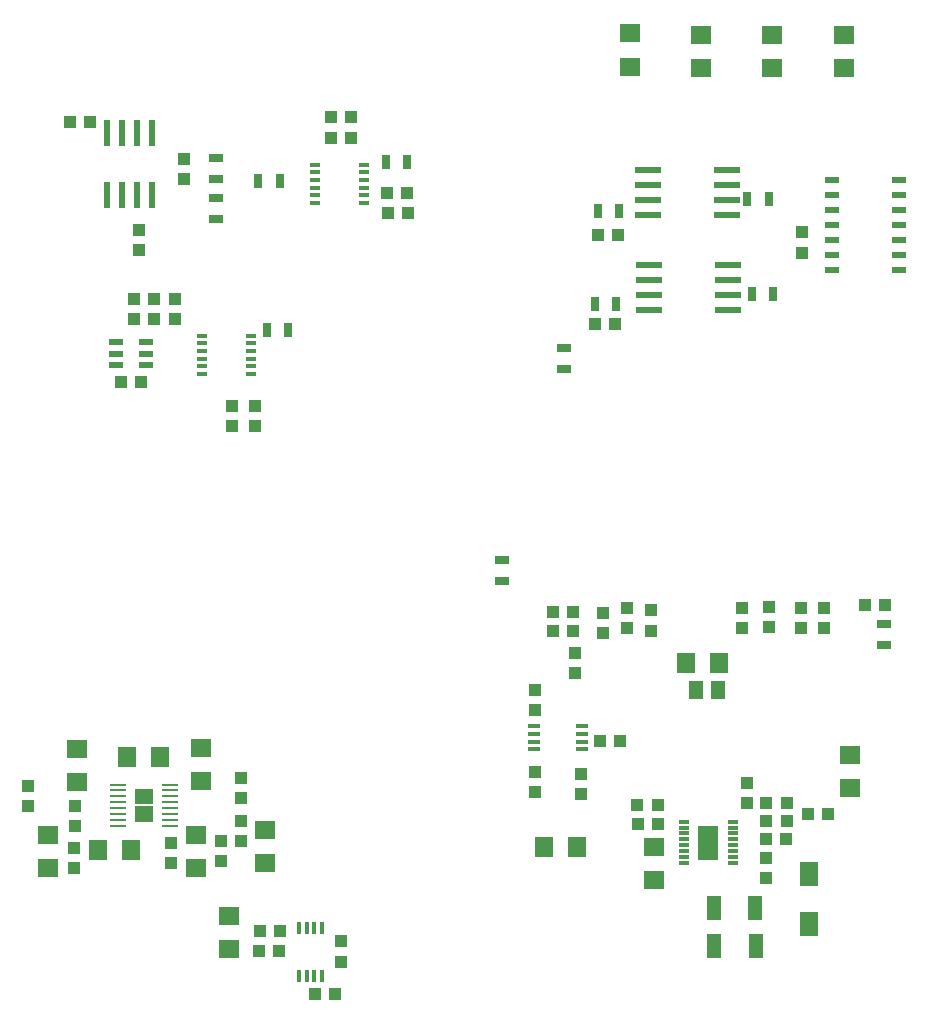
<source format=gbr>
G04 EAGLE Gerber RS-274X export*
G75*
%MOMM*%
%FSLAX34Y34*%
%LPD*%
%INSolderpaste Top*%
%IPPOS*%
%AMOC8*
5,1,8,0,0,1.08239X$1,22.5*%
G01*
%ADD10R,1.000000X1.100000*%
%ADD11R,1.800000X1.600000*%
%ADD12R,1.100000X1.000000*%
%ADD13R,1.270000X2.060000*%
%ADD14R,1.600000X1.800000*%
%ADD15R,1.600000X2.000000*%
%ADD16R,1.200000X0.800000*%
%ADD17R,0.800000X1.200000*%
%ADD18R,0.889000X0.304800*%
%ADD19R,1.651000X2.844800*%
%ADD20R,0.600000X2.200000*%
%ADD21R,1.000000X0.450000*%
%ADD22R,0.450000X1.000000*%
%ADD23R,0.812800X0.406400*%
%ADD24R,1.397000X0.279400*%
%ADD25R,2.200000X0.600000*%
%ADD26R,1.300000X1.600000*%
%ADD27R,1.200000X0.600000*%
%ADD28R,1.200000X0.550000*%

G36*
X191865Y182475D02*
X191865Y182475D01*
X191867Y182474D01*
X191910Y182494D01*
X191954Y182512D01*
X191954Y182514D01*
X191956Y182515D01*
X191989Y182600D01*
X191989Y195332D01*
X191988Y195334D01*
X191989Y195336D01*
X191969Y195379D01*
X191951Y195423D01*
X191949Y195423D01*
X191948Y195425D01*
X191863Y195458D01*
X176337Y195458D01*
X176335Y195457D01*
X176333Y195458D01*
X176290Y195438D01*
X176246Y195420D01*
X176246Y195418D01*
X176244Y195417D01*
X176211Y195332D01*
X176211Y182600D01*
X176212Y182598D01*
X176211Y182596D01*
X176231Y182553D01*
X176249Y182509D01*
X176251Y182509D01*
X176252Y182507D01*
X176337Y182474D01*
X191863Y182474D01*
X191865Y182475D01*
G37*
G36*
X191865Y167743D02*
X191865Y167743D01*
X191867Y167742D01*
X191910Y167762D01*
X191954Y167780D01*
X191954Y167782D01*
X191956Y167783D01*
X191989Y167868D01*
X191989Y180600D01*
X191988Y180602D01*
X191989Y180604D01*
X191969Y180647D01*
X191951Y180691D01*
X191949Y180691D01*
X191948Y180693D01*
X191863Y180726D01*
X176337Y180726D01*
X176335Y180725D01*
X176333Y180726D01*
X176290Y180706D01*
X176246Y180688D01*
X176246Y180686D01*
X176244Y180685D01*
X176211Y180600D01*
X176211Y167868D01*
X176212Y167866D01*
X176211Y167864D01*
X176231Y167821D01*
X176249Y167777D01*
X176251Y167777D01*
X176252Y167775D01*
X176337Y167742D01*
X191863Y167742D01*
X191865Y167743D01*
G37*
D10*
X217900Y729000D03*
X217900Y712000D03*
D11*
X286600Y160400D03*
X286600Y132400D03*
D12*
X407400Y683100D03*
X390400Y683100D03*
X406500Y700100D03*
X389500Y700100D03*
X342400Y746900D03*
X359400Y746900D03*
X342300Y763900D03*
X359300Y763900D03*
D10*
X710900Y136800D03*
X710900Y119800D03*
D11*
X616100Y146400D03*
X616100Y118400D03*
D13*
X701650Y94400D03*
X666550Y94400D03*
X702150Y62400D03*
X667050Y62400D03*
D12*
X618900Y182100D03*
X601900Y182100D03*
X711000Y152900D03*
X728000Y152900D03*
X728100Y183100D03*
X711100Y183100D03*
X583200Y589100D03*
X566200Y589100D03*
D14*
X169600Y222600D03*
X197600Y222600D03*
D11*
X232400Y201800D03*
X232400Y229800D03*
D14*
X145000Y143600D03*
X173000Y143600D03*
D11*
X228400Y128200D03*
X228400Y156200D03*
X102600Y156600D03*
X102600Y128600D03*
D15*
X747300Y123000D03*
X747300Y81000D03*
D10*
X266000Y151000D03*
X266000Y168000D03*
D11*
X256100Y88000D03*
X256100Y60000D03*
D12*
X299100Y75000D03*
X282100Y75000D03*
X298200Y58000D03*
X281200Y58000D03*
X530700Y345000D03*
X547700Y345000D03*
X530600Y329000D03*
X547600Y329000D03*
D10*
X515000Y279500D03*
X515000Y262500D03*
X515000Y192400D03*
X515000Y209400D03*
X554000Y191300D03*
X554000Y208300D03*
X351000Y49200D03*
X351000Y66200D03*
D16*
X245100Y695800D03*
X245100Y677800D03*
D10*
X207000Y149900D03*
X207000Y132900D03*
D12*
X619000Y166000D03*
X602000Y166000D03*
X728100Y168000D03*
X711100Y168000D03*
D10*
X695000Y183800D03*
X695000Y200800D03*
D12*
X763300Y174000D03*
X746300Y174000D03*
D16*
X244900Y729400D03*
X244900Y711400D03*
D10*
X85900Y181100D03*
X85900Y198100D03*
X265900Y188000D03*
X265900Y205000D03*
D11*
X781900Y196300D03*
X781900Y224300D03*
D17*
X566000Y606100D03*
X584000Y606100D03*
D14*
X522800Y146100D03*
X550800Y146100D03*
D10*
X125900Y181200D03*
X125900Y164200D03*
X124900Y145300D03*
X124900Y128300D03*
X249000Y134100D03*
X249000Y151100D03*
D18*
X640980Y167680D03*
X640980Y162680D03*
X640980Y157680D03*
X640980Y152680D03*
X640980Y147680D03*
X640980Y142680D03*
X640980Y137680D03*
X640980Y132680D03*
X682480Y132680D03*
X682480Y137680D03*
X682480Y142680D03*
X682480Y147680D03*
X682480Y152680D03*
X682480Y157680D03*
X682480Y162680D03*
X682480Y167680D03*
D19*
X661300Y149900D03*
D20*
X178150Y750600D03*
X178150Y698600D03*
X190850Y750600D03*
X165450Y750600D03*
X152750Y750600D03*
X190850Y698600D03*
X165450Y698600D03*
X152750Y698600D03*
D21*
X555200Y228950D03*
X555200Y235450D03*
X555200Y241950D03*
X555200Y248450D03*
X514200Y248450D03*
X514200Y241950D03*
X514200Y235450D03*
X514200Y228950D03*
D22*
X315450Y36800D03*
X321950Y36800D03*
X328450Y36800D03*
X334950Y36800D03*
X334950Y77800D03*
X328450Y77800D03*
X321950Y77800D03*
X315450Y77800D03*
D23*
X370400Y691500D03*
X370400Y698000D03*
X370400Y704500D03*
X370400Y711000D03*
X370400Y717500D03*
X370400Y724000D03*
X328900Y724000D03*
X328900Y717500D03*
X328900Y711000D03*
X328900Y704500D03*
X328900Y698000D03*
X328900Y691500D03*
D24*
X205944Y164087D03*
X205944Y169091D03*
X205944Y174094D03*
X205944Y179098D03*
X205944Y184102D03*
X205944Y189106D03*
X205944Y194110D03*
X205944Y199113D03*
X162256Y199113D03*
X162256Y194110D03*
X162256Y189106D03*
X162256Y184102D03*
X162256Y179098D03*
X162256Y174094D03*
X162256Y169091D03*
X162256Y164087D03*
D16*
X810400Y317400D03*
X810400Y335400D03*
D12*
X794900Y351500D03*
X811900Y351500D03*
D25*
X678700Y613850D03*
X612100Y613850D03*
X678700Y601150D03*
X678700Y626550D03*
X678700Y639250D03*
X612100Y601150D03*
X612100Y626550D03*
X612100Y639250D03*
D12*
X585700Y664500D03*
X568700Y664500D03*
D17*
X568700Y684400D03*
X586700Y684400D03*
D25*
X677300Y693850D03*
X610700Y693850D03*
X677300Y681150D03*
X677300Y706550D03*
X677300Y719250D03*
X610700Y681150D03*
X610700Y706550D03*
X610700Y719250D03*
D26*
X651500Y279000D03*
X670500Y279000D03*
D14*
X671000Y302000D03*
X643000Y302000D03*
D11*
X596000Y835000D03*
X596000Y807000D03*
X656000Y834000D03*
X656000Y806000D03*
X716000Y834000D03*
X716000Y806000D03*
X777000Y834000D03*
X777000Y806000D03*
X127000Y201000D03*
X127000Y229000D03*
D27*
X767000Y710750D03*
X767000Y698050D03*
X767000Y685350D03*
X767000Y672650D03*
X767000Y659950D03*
X767000Y647250D03*
X767000Y634550D03*
X823000Y634550D03*
X823000Y647250D03*
X823000Y659950D03*
X823000Y672650D03*
X823000Y685350D03*
X823000Y698050D03*
X823000Y710750D03*
D10*
X741000Y666500D03*
X741000Y649500D03*
X180000Y668500D03*
X180000Y651500D03*
D12*
X138500Y760000D03*
X121500Y760000D03*
X570500Y236000D03*
X587500Y236000D03*
X345500Y22000D03*
X328500Y22000D03*
D23*
X275000Y546700D03*
X275000Y553200D03*
X275000Y559700D03*
X275000Y566200D03*
X275000Y572700D03*
X275000Y579200D03*
X233500Y579200D03*
X233500Y572700D03*
X233500Y566200D03*
X233500Y559700D03*
X233500Y553200D03*
X233500Y546700D03*
D10*
X278000Y502500D03*
X278000Y519500D03*
X259000Y502500D03*
X259000Y519500D03*
X210000Y593500D03*
X210000Y610500D03*
X193000Y593500D03*
X193000Y610500D03*
D17*
X281000Y710000D03*
X299000Y710000D03*
D28*
X160000Y573500D03*
X160000Y564000D03*
X160000Y554500D03*
X186000Y554500D03*
X186000Y564000D03*
X186000Y573500D03*
D12*
X181500Y540000D03*
X164500Y540000D03*
D10*
X176000Y593500D03*
X176000Y610500D03*
D17*
X389000Y726000D03*
X407000Y726000D03*
X288000Y584000D03*
X306000Y584000D03*
D16*
X540000Y569000D03*
X540000Y551000D03*
X487000Y371000D03*
X487000Y389000D03*
D17*
X717000Y614000D03*
X699000Y614000D03*
X713000Y695000D03*
X695000Y695000D03*
D10*
X613000Y329500D03*
X613000Y346500D03*
X690000Y331500D03*
X690000Y348500D03*
X713000Y332500D03*
X713000Y349500D03*
X740000Y331500D03*
X740000Y348500D03*
X760000Y331500D03*
X760000Y348500D03*
X593000Y331500D03*
X593000Y348500D03*
X573000Y327500D03*
X573000Y344500D03*
X549000Y293500D03*
X549000Y310500D03*
M02*

</source>
